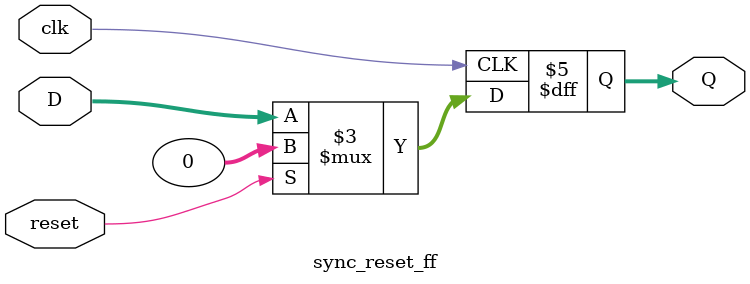
<source format=sv>
`timescale 1ns / 1ps


module sync_reset_ff   // Parameterized width (default 1 bit)
  (
    input  logic [31:0] D,      // Data input
    input  logic clk,                // Clock signal
    input  logic reset,              // Synchronous reset signal
    output logic [31:0] Q       // Output
  );

  always_ff @(posedge clk) begin
    if (reset) begin
      Q <= '0;  // Reset Q to 0 if reset is high (but only on clock edge)
    end else begin
      Q <= D;   // On rising edge of clk, Q gets the value of D
    end
  end

endmodule

</source>
